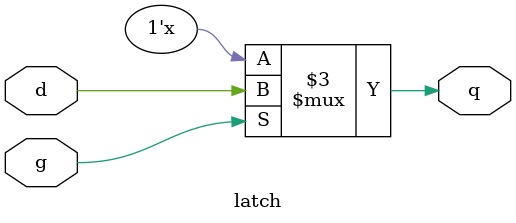
<source format=v>


`timescale 1ns/1ps

module latch (
    q,
    d,
    g
);


output q;
reg q;
input d;
input g;




always @(g, d) begin: LATCH_LOGIC
    if ((g == 1)) begin
        q <= d;
    end
end

endmodule

</source>
